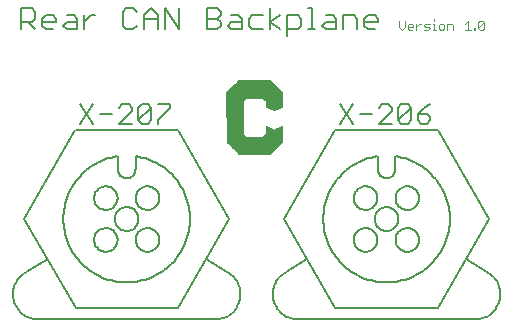
<source format=gto>
G75*
G70*
%OFA0B0*%
%FSLAX24Y24*%
%IPPOS*%
%LPD*%
%AMOC8*
5,1,8,0,0,1.08239X$1,22.5*
%
%ADD10C,0.0060*%
%ADD11C,0.0030*%
%ADD12C,0.0020*%
%ADD13C,0.0050*%
%ADD14C,0.0079*%
D10*
X008399Y006824D02*
X008826Y007464D01*
X008399Y007464D02*
X008826Y006824D01*
X009044Y007144D02*
X009471Y007144D01*
X009688Y007357D02*
X009795Y007464D01*
X010008Y007464D01*
X010115Y007357D01*
X010115Y007251D01*
X009688Y006824D01*
X010115Y006824D01*
X010333Y006930D02*
X010760Y007357D01*
X010760Y006930D01*
X010653Y006824D01*
X010439Y006824D01*
X010333Y006930D01*
X010333Y007357D01*
X010439Y007464D01*
X010653Y007464D01*
X010760Y007357D01*
X010977Y007464D02*
X011404Y007464D01*
X011404Y007357D01*
X010977Y006930D01*
X010977Y006824D01*
X010980Y009973D02*
X010980Y010440D01*
X010746Y010674D01*
X010513Y010440D01*
X010513Y009973D01*
X010280Y010090D02*
X010163Y009973D01*
X009930Y009973D01*
X009813Y010090D01*
X009813Y010557D01*
X009930Y010674D01*
X010163Y010674D01*
X010280Y010557D01*
X010513Y010324D02*
X010980Y010324D01*
X011212Y010674D02*
X011212Y009973D01*
X011679Y009973D02*
X011679Y010674D01*
X011212Y010674D02*
X011679Y009973D01*
X012612Y009973D02*
X012962Y009973D01*
X013079Y010090D01*
X013079Y010207D01*
X012962Y010324D01*
X012612Y010324D01*
X012612Y010674D02*
X012612Y009973D01*
X012962Y010324D02*
X013079Y010440D01*
X013079Y010557D01*
X012962Y010674D01*
X012612Y010674D01*
X013312Y010090D02*
X013428Y010207D01*
X013779Y010207D01*
X013779Y010324D02*
X013779Y009973D01*
X013428Y009973D01*
X013312Y010090D01*
X013428Y010440D02*
X013662Y010440D01*
X013779Y010324D01*
X014011Y010324D02*
X014011Y010090D01*
X014128Y009973D01*
X014478Y009973D01*
X014711Y009973D02*
X014711Y010674D01*
X014478Y010440D02*
X014128Y010440D01*
X014011Y010324D01*
X014711Y010207D02*
X015061Y010440D01*
X015294Y010440D02*
X015645Y010440D01*
X015761Y010324D01*
X015761Y010090D01*
X015645Y009973D01*
X015294Y009973D01*
X015061Y009973D02*
X014711Y010207D01*
X015294Y010440D02*
X015294Y009740D01*
X015994Y009973D02*
X016228Y009973D01*
X016111Y009973D02*
X016111Y010674D01*
X015994Y010674D01*
X016577Y010440D02*
X016811Y010440D01*
X016928Y010324D01*
X016928Y009973D01*
X016577Y009973D01*
X016461Y010090D01*
X016577Y010207D01*
X016928Y010207D01*
X017160Y010440D02*
X017160Y009973D01*
X017160Y010440D02*
X017511Y010440D01*
X017627Y010324D01*
X017627Y009973D01*
X017860Y010090D02*
X017860Y010324D01*
X017977Y010440D01*
X018210Y010440D01*
X018327Y010324D01*
X018327Y010207D01*
X017860Y010207D01*
X017860Y010090D02*
X017977Y009973D01*
X018210Y009973D01*
X018456Y007464D02*
X018350Y007357D01*
X018456Y007464D02*
X018670Y007464D01*
X018777Y007357D01*
X018777Y007251D01*
X018350Y006824D01*
X018777Y006824D01*
X018994Y006930D02*
X019421Y007357D01*
X019421Y006930D01*
X019314Y006824D01*
X019101Y006824D01*
X018994Y006930D01*
X018994Y007357D01*
X019101Y007464D01*
X019314Y007464D01*
X019421Y007357D01*
X019639Y007144D02*
X019959Y007144D01*
X020066Y007037D01*
X020066Y006930D01*
X019959Y006824D01*
X019745Y006824D01*
X019639Y006930D01*
X019639Y007144D01*
X019852Y007357D01*
X020066Y007464D01*
X018132Y007144D02*
X017705Y007144D01*
X017488Y006824D02*
X017061Y007464D01*
X017488Y007464D02*
X017061Y006824D01*
X008880Y010440D02*
X008763Y010440D01*
X008530Y010207D01*
X008297Y010207D02*
X007947Y010207D01*
X007830Y010090D01*
X007947Y009973D01*
X008297Y009973D01*
X008297Y010324D01*
X008180Y010440D01*
X007947Y010440D01*
X007597Y010324D02*
X007597Y010207D01*
X007130Y010207D01*
X007130Y010324D02*
X007247Y010440D01*
X007481Y010440D01*
X007597Y010324D01*
X007481Y009973D02*
X007247Y009973D01*
X007130Y010090D01*
X007130Y010324D01*
X006898Y010324D02*
X006781Y010207D01*
X006431Y010207D01*
X006664Y010207D02*
X006898Y009973D01*
X006898Y010324D02*
X006898Y010557D01*
X006781Y010674D01*
X006431Y010674D01*
X006431Y009973D01*
X008530Y009973D02*
X008530Y010440D01*
D11*
X019014Y010249D02*
X019014Y010055D01*
X019111Y009958D01*
X019208Y010055D01*
X019208Y010249D01*
X019309Y010103D02*
X019357Y010152D01*
X019454Y010152D01*
X019502Y010103D01*
X019502Y010055D01*
X019309Y010055D01*
X019309Y010007D02*
X019309Y010103D01*
X019309Y010007D02*
X019357Y009958D01*
X019454Y009958D01*
X019603Y009958D02*
X019603Y010152D01*
X019603Y010055D02*
X019700Y010152D01*
X019748Y010152D01*
X019849Y010103D02*
X019897Y010152D01*
X020042Y010152D01*
X020144Y010152D02*
X020192Y010152D01*
X020192Y009958D01*
X020144Y009958D02*
X020240Y009958D01*
X020340Y010007D02*
X020388Y009958D01*
X020485Y009958D01*
X020533Y010007D01*
X020533Y010103D01*
X020485Y010152D01*
X020388Y010152D01*
X020340Y010103D01*
X020340Y010007D01*
X020192Y010249D02*
X020192Y010297D01*
X019994Y010055D02*
X019897Y010055D01*
X019849Y010103D01*
X019849Y009958D02*
X019994Y009958D01*
X020042Y010007D01*
X019994Y010055D01*
X020635Y009958D02*
X020635Y010152D01*
X020780Y010152D01*
X020828Y010103D01*
X020828Y009958D01*
X021224Y009958D02*
X021417Y009958D01*
X021321Y009958D02*
X021321Y010249D01*
X021224Y010152D01*
X021519Y010007D02*
X021567Y010007D01*
X021567Y009958D01*
X021519Y009958D01*
X021519Y010007D01*
X021666Y010007D02*
X021666Y010200D01*
X021714Y010249D01*
X021811Y010249D01*
X021859Y010200D01*
X021666Y010007D01*
X021714Y009958D01*
X021811Y009958D01*
X021859Y010007D01*
X021859Y010200D01*
D12*
X015113Y007876D02*
X015113Y007388D01*
X014853Y007274D01*
X014574Y007388D01*
X014578Y007589D01*
X014471Y007687D01*
X013924Y007687D01*
X013814Y007581D01*
X013814Y006471D01*
X013912Y006372D01*
X014464Y006369D01*
X014582Y006487D01*
X014582Y006746D01*
X014846Y006624D01*
X015113Y006750D01*
X015109Y006199D01*
X014708Y005798D01*
X013684Y005809D01*
X013290Y006203D01*
X013275Y006203D01*
X013271Y007872D01*
X013692Y008290D01*
X014704Y008286D01*
X015113Y007876D01*
X015113Y007866D02*
X013271Y007866D01*
X013271Y007848D02*
X015113Y007848D01*
X015113Y007830D02*
X013271Y007830D01*
X013271Y007811D02*
X015113Y007811D01*
X015113Y007793D02*
X013271Y007793D01*
X013271Y007775D02*
X015113Y007775D01*
X015113Y007757D02*
X013271Y007757D01*
X013271Y007738D02*
X015113Y007738D01*
X015113Y007720D02*
X013271Y007720D01*
X013271Y007702D02*
X015113Y007702D01*
X015113Y007684D02*
X014475Y007684D01*
X014495Y007666D02*
X015113Y007666D01*
X015113Y007647D02*
X014515Y007647D01*
X014534Y007629D02*
X015113Y007629D01*
X015113Y007611D02*
X014554Y007611D01*
X014574Y007593D02*
X015113Y007593D01*
X015113Y007574D02*
X014577Y007574D01*
X014577Y007556D02*
X015113Y007556D01*
X015113Y007538D02*
X014577Y007538D01*
X014576Y007520D02*
X015113Y007520D01*
X015113Y007501D02*
X014576Y007501D01*
X014576Y007483D02*
X015113Y007483D01*
X015113Y007465D02*
X014575Y007465D01*
X014575Y007447D02*
X015113Y007447D01*
X015113Y007429D02*
X014575Y007429D01*
X014574Y007410D02*
X015113Y007410D01*
X015113Y007392D02*
X014574Y007392D01*
X014609Y007374D02*
X015081Y007374D01*
X015039Y007356D02*
X014654Y007356D01*
X014698Y007337D02*
X014998Y007337D01*
X014956Y007319D02*
X014743Y007319D01*
X014787Y007301D02*
X014915Y007301D01*
X014873Y007283D02*
X014832Y007283D01*
X014605Y006736D02*
X014582Y006736D01*
X014582Y006718D02*
X014644Y006718D01*
X014683Y006699D02*
X014582Y006699D01*
X014582Y006681D02*
X014723Y006681D01*
X014762Y006663D02*
X014582Y006663D01*
X014582Y006645D02*
X014801Y006645D01*
X014841Y006627D02*
X014582Y006627D01*
X014582Y006608D02*
X015112Y006608D01*
X015112Y006590D02*
X014582Y006590D01*
X014582Y006572D02*
X015112Y006572D01*
X015112Y006554D02*
X014582Y006554D01*
X014582Y006535D02*
X015112Y006535D01*
X015112Y006517D02*
X014582Y006517D01*
X014582Y006499D02*
X015111Y006499D01*
X015111Y006481D02*
X014576Y006481D01*
X014558Y006462D02*
X015111Y006462D01*
X015111Y006444D02*
X014539Y006444D01*
X014521Y006426D02*
X015111Y006426D01*
X015111Y006408D02*
X014503Y006408D01*
X014485Y006390D02*
X015111Y006390D01*
X015111Y006371D02*
X014466Y006371D01*
X014067Y006371D02*
X013274Y006371D01*
X013274Y006353D02*
X015110Y006353D01*
X015110Y006335D02*
X013274Y006335D01*
X013274Y006317D02*
X015110Y006317D01*
X015110Y006298D02*
X013274Y006298D01*
X013274Y006280D02*
X015110Y006280D01*
X015110Y006262D02*
X013275Y006262D01*
X013275Y006244D02*
X015110Y006244D01*
X015109Y006226D02*
X013275Y006226D01*
X013275Y006207D02*
X015109Y006207D01*
X015099Y006189D02*
X013304Y006189D01*
X013323Y006171D02*
X015081Y006171D01*
X015063Y006153D02*
X013341Y006153D01*
X013359Y006134D02*
X015044Y006134D01*
X015026Y006116D02*
X013377Y006116D01*
X013396Y006098D02*
X015008Y006098D01*
X014990Y006080D02*
X013414Y006080D01*
X013432Y006061D02*
X014972Y006061D01*
X014953Y006043D02*
X013450Y006043D01*
X013469Y006025D02*
X014935Y006025D01*
X014917Y006007D02*
X013487Y006007D01*
X013505Y005989D02*
X014899Y005989D01*
X014880Y005970D02*
X013523Y005970D01*
X013541Y005952D02*
X014862Y005952D01*
X014844Y005934D02*
X013560Y005934D01*
X013578Y005916D02*
X014826Y005916D01*
X014807Y005897D02*
X013596Y005897D01*
X013614Y005879D02*
X014789Y005879D01*
X014771Y005861D02*
X013633Y005861D01*
X013651Y005843D02*
X014753Y005843D01*
X014735Y005824D02*
X013669Y005824D01*
X013960Y005806D02*
X014716Y005806D01*
X013895Y006390D02*
X013274Y006390D01*
X013274Y006408D02*
X013877Y006408D01*
X013859Y006426D02*
X013274Y006426D01*
X013274Y006444D02*
X013841Y006444D01*
X013822Y006462D02*
X013274Y006462D01*
X013274Y006481D02*
X013814Y006481D01*
X013814Y006499D02*
X013274Y006499D01*
X013274Y006517D02*
X013814Y006517D01*
X013814Y006535D02*
X013274Y006535D01*
X013274Y006554D02*
X013814Y006554D01*
X013814Y006572D02*
X013274Y006572D01*
X013274Y006590D02*
X013814Y006590D01*
X013814Y006608D02*
X013274Y006608D01*
X013274Y006627D02*
X013814Y006627D01*
X013814Y006645D02*
X013274Y006645D01*
X013274Y006663D02*
X013814Y006663D01*
X013814Y006681D02*
X013274Y006681D01*
X013274Y006699D02*
X013814Y006699D01*
X013814Y006718D02*
X013273Y006718D01*
X013273Y006736D02*
X013814Y006736D01*
X013814Y006754D02*
X013273Y006754D01*
X013273Y006772D02*
X013814Y006772D01*
X013814Y006791D02*
X013273Y006791D01*
X013273Y006809D02*
X013814Y006809D01*
X013814Y006827D02*
X013273Y006827D01*
X013273Y006845D02*
X013814Y006845D01*
X013814Y006864D02*
X013273Y006864D01*
X013273Y006882D02*
X013814Y006882D01*
X013814Y006900D02*
X013273Y006900D01*
X013273Y006918D02*
X013814Y006918D01*
X013814Y006936D02*
X013273Y006936D01*
X013273Y006955D02*
X013814Y006955D01*
X013814Y006973D02*
X013273Y006973D01*
X013273Y006991D02*
X013814Y006991D01*
X013814Y007009D02*
X013273Y007009D01*
X013273Y007028D02*
X013814Y007028D01*
X013814Y007046D02*
X013273Y007046D01*
X013273Y007064D02*
X013814Y007064D01*
X013814Y007082D02*
X013273Y007082D01*
X013273Y007100D02*
X013814Y007100D01*
X013814Y007119D02*
X013273Y007119D01*
X013272Y007137D02*
X013814Y007137D01*
X013814Y007155D02*
X013272Y007155D01*
X013272Y007173D02*
X013814Y007173D01*
X013814Y007192D02*
X013272Y007192D01*
X013272Y007210D02*
X013814Y007210D01*
X013814Y007228D02*
X013272Y007228D01*
X013272Y007246D02*
X013814Y007246D01*
X013814Y007265D02*
X013272Y007265D01*
X013272Y007283D02*
X013814Y007283D01*
X013814Y007301D02*
X013272Y007301D01*
X013272Y007319D02*
X013814Y007319D01*
X013814Y007337D02*
X013272Y007337D01*
X013272Y007356D02*
X013814Y007356D01*
X013814Y007374D02*
X013272Y007374D01*
X013272Y007392D02*
X013814Y007392D01*
X013814Y007410D02*
X013272Y007410D01*
X013272Y007429D02*
X013814Y007429D01*
X013814Y007447D02*
X013272Y007447D01*
X013272Y007465D02*
X013814Y007465D01*
X013814Y007483D02*
X013272Y007483D01*
X013272Y007501D02*
X013814Y007501D01*
X013814Y007520D02*
X013272Y007520D01*
X013272Y007538D02*
X013814Y007538D01*
X013814Y007556D02*
X013271Y007556D01*
X013271Y007574D02*
X013814Y007574D01*
X013826Y007593D02*
X013271Y007593D01*
X013271Y007611D02*
X013845Y007611D01*
X013864Y007629D02*
X013271Y007629D01*
X013271Y007647D02*
X013883Y007647D01*
X013902Y007666D02*
X013271Y007666D01*
X013271Y007684D02*
X013921Y007684D01*
X013503Y008103D02*
X014887Y008103D01*
X014905Y008085D02*
X013485Y008085D01*
X013467Y008067D02*
X014923Y008067D01*
X014941Y008048D02*
X013448Y008048D01*
X013430Y008030D02*
X014959Y008030D01*
X014978Y008012D02*
X013411Y008012D01*
X013393Y007994D02*
X014996Y007994D01*
X015014Y007975D02*
X013375Y007975D01*
X013356Y007957D02*
X015032Y007957D01*
X015051Y007939D02*
X013338Y007939D01*
X013319Y007921D02*
X015069Y007921D01*
X015087Y007903D02*
X013301Y007903D01*
X013283Y007884D02*
X015105Y007884D01*
X014868Y008121D02*
X013522Y008121D01*
X013540Y008139D02*
X014850Y008139D01*
X014832Y008158D02*
X013559Y008158D01*
X013577Y008176D02*
X014814Y008176D01*
X014795Y008194D02*
X013595Y008194D01*
X013614Y008212D02*
X014777Y008212D01*
X014759Y008231D02*
X013632Y008231D01*
X013651Y008249D02*
X014741Y008249D01*
X014723Y008267D02*
X013669Y008267D01*
X013687Y008285D02*
X014704Y008285D01*
X015082Y006736D02*
X015113Y006736D01*
X015113Y006718D02*
X015044Y006718D01*
X015005Y006699D02*
X015113Y006699D01*
X015113Y006681D02*
X014966Y006681D01*
X014927Y006663D02*
X015113Y006663D01*
X015112Y006645D02*
X014889Y006645D01*
X014850Y006627D02*
X015112Y006627D01*
D13*
X008235Y006597D02*
X006531Y003644D01*
X006534Y003644D02*
X008239Y000691D01*
X011649Y000691D01*
X013353Y003644D01*
X011649Y006597D01*
X008239Y006597D01*
X007306Y002306D02*
X006597Y001872D01*
X006597Y001873D02*
X006548Y001844D01*
X006501Y001812D01*
X006456Y001777D01*
X006413Y001740D01*
X006373Y001699D01*
X006336Y001656D01*
X006303Y001610D01*
X006272Y001562D01*
X006244Y001512D01*
X006220Y001461D01*
X006200Y001408D01*
X006183Y001353D01*
X006170Y001298D01*
X006161Y001242D01*
X006156Y001185D01*
X006154Y001128D01*
X006156Y001071D01*
X006163Y001015D01*
X006173Y000959D01*
X006186Y000904D01*
X006204Y000849D01*
X006225Y000797D01*
X006250Y000745D01*
X006278Y000696D01*
X006309Y000648D01*
X006344Y000603D01*
X006381Y000560D01*
X006422Y000520D01*
X006465Y000483D01*
X006510Y000449D01*
X006558Y000418D01*
X006608Y000390D01*
X006659Y000366D01*
X006712Y000345D01*
X006766Y000328D01*
X006821Y000314D01*
X006878Y000305D01*
X006934Y000299D01*
X006991Y000297D01*
X006991Y000298D02*
X012897Y000298D01*
X012897Y000297D02*
X012954Y000299D01*
X013010Y000305D01*
X013067Y000314D01*
X013122Y000328D01*
X013176Y000345D01*
X013229Y000366D01*
X013280Y000390D01*
X013330Y000418D01*
X013378Y000449D01*
X013423Y000483D01*
X013466Y000520D01*
X013507Y000560D01*
X013544Y000603D01*
X013579Y000648D01*
X013610Y000696D01*
X013638Y000745D01*
X013663Y000797D01*
X013684Y000849D01*
X013702Y000904D01*
X013715Y000959D01*
X013725Y001015D01*
X013732Y001071D01*
X013734Y001128D01*
X013732Y001185D01*
X013727Y001242D01*
X013718Y001298D01*
X013705Y001353D01*
X013688Y001408D01*
X013668Y001461D01*
X013644Y001512D01*
X013616Y001562D01*
X013585Y001610D01*
X013552Y001656D01*
X013515Y001699D01*
X013475Y001740D01*
X013432Y001777D01*
X013387Y001812D01*
X013340Y001844D01*
X013291Y001873D01*
X013290Y001872D02*
X012582Y002306D01*
X015259Y001872D02*
X015968Y002306D01*
X015259Y001873D02*
X015210Y001844D01*
X015163Y001812D01*
X015118Y001777D01*
X015075Y001740D01*
X015035Y001699D01*
X014998Y001656D01*
X014965Y001610D01*
X014934Y001562D01*
X014906Y001512D01*
X014882Y001461D01*
X014862Y001408D01*
X014845Y001353D01*
X014832Y001298D01*
X014823Y001242D01*
X014818Y001185D01*
X014816Y001128D01*
X014818Y001071D01*
X014825Y001015D01*
X014835Y000959D01*
X014848Y000904D01*
X014866Y000849D01*
X014887Y000797D01*
X014912Y000745D01*
X014940Y000696D01*
X014971Y000648D01*
X015006Y000603D01*
X015043Y000560D01*
X015084Y000520D01*
X015127Y000483D01*
X015172Y000449D01*
X015220Y000418D01*
X015270Y000390D01*
X015321Y000366D01*
X015374Y000345D01*
X015428Y000328D01*
X015483Y000314D01*
X015540Y000305D01*
X015596Y000299D01*
X015653Y000297D01*
X015653Y000298D02*
X021558Y000298D01*
X021558Y000297D02*
X021615Y000299D01*
X021671Y000305D01*
X021728Y000314D01*
X021783Y000328D01*
X021837Y000345D01*
X021890Y000366D01*
X021941Y000390D01*
X021991Y000418D01*
X022039Y000449D01*
X022084Y000483D01*
X022127Y000520D01*
X022168Y000560D01*
X022205Y000603D01*
X022240Y000648D01*
X022271Y000696D01*
X022299Y000745D01*
X022324Y000797D01*
X022345Y000849D01*
X022363Y000904D01*
X022376Y000959D01*
X022386Y001015D01*
X022393Y001071D01*
X022395Y001128D01*
X022393Y001185D01*
X022388Y001242D01*
X022379Y001298D01*
X022366Y001353D01*
X022349Y001408D01*
X022329Y001461D01*
X022305Y001512D01*
X022277Y001562D01*
X022246Y001610D01*
X022213Y001656D01*
X022176Y001699D01*
X022136Y001740D01*
X022093Y001777D01*
X022048Y001812D01*
X022001Y001844D01*
X021952Y001873D01*
X021952Y001872D02*
X021243Y002306D01*
X022015Y003644D02*
X020310Y000691D01*
X016901Y000691D01*
X015196Y003644D01*
X015192Y003644D02*
X016897Y006597D01*
X016901Y006597D02*
X020310Y006597D01*
X022015Y003644D01*
D14*
X018907Y002948D02*
X018909Y002987D01*
X018915Y003026D01*
X018925Y003064D01*
X018938Y003101D01*
X018955Y003136D01*
X018975Y003170D01*
X018999Y003201D01*
X019026Y003230D01*
X019055Y003256D01*
X019087Y003279D01*
X019121Y003299D01*
X019157Y003315D01*
X019194Y003327D01*
X019233Y003336D01*
X019272Y003341D01*
X019311Y003342D01*
X019350Y003339D01*
X019389Y003332D01*
X019426Y003321D01*
X019463Y003307D01*
X019498Y003289D01*
X019531Y003268D01*
X019562Y003243D01*
X019590Y003216D01*
X019615Y003186D01*
X019637Y003153D01*
X019656Y003119D01*
X019671Y003083D01*
X019683Y003045D01*
X019691Y003007D01*
X019695Y002968D01*
X019695Y002928D01*
X019691Y002889D01*
X019683Y002851D01*
X019671Y002813D01*
X019656Y002777D01*
X019637Y002743D01*
X019615Y002710D01*
X019590Y002680D01*
X019562Y002653D01*
X019531Y002628D01*
X019498Y002607D01*
X019463Y002589D01*
X019426Y002575D01*
X019389Y002564D01*
X019350Y002557D01*
X019311Y002554D01*
X019272Y002555D01*
X019233Y002560D01*
X019194Y002569D01*
X019157Y002581D01*
X019121Y002597D01*
X019087Y002617D01*
X019055Y002640D01*
X019026Y002666D01*
X018999Y002695D01*
X018975Y002726D01*
X018955Y002760D01*
X018938Y002795D01*
X018925Y002832D01*
X018915Y002870D01*
X018909Y002909D01*
X018907Y002948D01*
X018211Y003644D02*
X018213Y003683D01*
X018219Y003722D01*
X018229Y003760D01*
X018242Y003797D01*
X018259Y003832D01*
X018279Y003866D01*
X018303Y003897D01*
X018330Y003926D01*
X018359Y003952D01*
X018391Y003975D01*
X018425Y003995D01*
X018461Y004011D01*
X018498Y004023D01*
X018537Y004032D01*
X018576Y004037D01*
X018615Y004038D01*
X018654Y004035D01*
X018693Y004028D01*
X018730Y004017D01*
X018767Y004003D01*
X018802Y003985D01*
X018835Y003964D01*
X018866Y003939D01*
X018894Y003912D01*
X018919Y003882D01*
X018941Y003849D01*
X018960Y003815D01*
X018975Y003779D01*
X018987Y003741D01*
X018995Y003703D01*
X018999Y003664D01*
X018999Y003624D01*
X018995Y003585D01*
X018987Y003547D01*
X018975Y003509D01*
X018960Y003473D01*
X018941Y003439D01*
X018919Y003406D01*
X018894Y003376D01*
X018866Y003349D01*
X018835Y003324D01*
X018802Y003303D01*
X018767Y003285D01*
X018730Y003271D01*
X018693Y003260D01*
X018654Y003253D01*
X018615Y003250D01*
X018576Y003251D01*
X018537Y003256D01*
X018498Y003265D01*
X018461Y003277D01*
X018425Y003293D01*
X018391Y003313D01*
X018359Y003336D01*
X018330Y003362D01*
X018303Y003391D01*
X018279Y003422D01*
X018259Y003456D01*
X018242Y003491D01*
X018229Y003528D01*
X018219Y003566D01*
X018213Y003605D01*
X018211Y003644D01*
X018290Y005730D02*
X018188Y005712D01*
X018087Y005689D01*
X017988Y005662D01*
X017889Y005629D01*
X017793Y005591D01*
X017698Y005549D01*
X017606Y005503D01*
X017516Y005451D01*
X017429Y005396D01*
X017344Y005336D01*
X017263Y005272D01*
X017185Y005205D01*
X017110Y005133D01*
X017039Y005058D01*
X016971Y004979D01*
X016908Y004898D01*
X016848Y004813D01*
X016793Y004726D01*
X016742Y004635D01*
X016696Y004543D01*
X016654Y004448D01*
X016617Y004352D01*
X016585Y004253D01*
X016557Y004154D01*
X016535Y004053D01*
X016517Y003951D01*
X016505Y003848D01*
X016497Y003745D01*
X016495Y003641D01*
X016498Y003538D01*
X016505Y003435D01*
X016518Y003332D01*
X016536Y003230D01*
X016559Y003129D01*
X016587Y003029D01*
X016619Y002931D01*
X016656Y002835D01*
X016698Y002740D01*
X016745Y002648D01*
X016796Y002558D01*
X016852Y002470D01*
X016911Y002386D01*
X016975Y002304D01*
X017043Y002226D01*
X017114Y002151D01*
X017189Y002080D01*
X017267Y002012D01*
X017349Y001949D01*
X017434Y001889D01*
X017521Y001834D01*
X017611Y001783D01*
X017704Y001736D01*
X017798Y001694D01*
X017895Y001657D01*
X017993Y001625D01*
X018093Y001597D01*
X018194Y001574D01*
X018296Y001557D01*
X018398Y001544D01*
X018502Y001537D01*
X018605Y001534D01*
X018708Y001537D01*
X018812Y001544D01*
X018914Y001557D01*
X019016Y001574D01*
X019117Y001597D01*
X019217Y001625D01*
X019315Y001657D01*
X019412Y001694D01*
X019506Y001736D01*
X019599Y001783D01*
X019689Y001834D01*
X019776Y001889D01*
X019861Y001949D01*
X019943Y002012D01*
X020021Y002080D01*
X020096Y002151D01*
X020167Y002226D01*
X020235Y002304D01*
X020299Y002386D01*
X020358Y002470D01*
X020414Y002558D01*
X020465Y002648D01*
X020512Y002740D01*
X020554Y002835D01*
X020591Y002931D01*
X020623Y003029D01*
X020651Y003129D01*
X020674Y003230D01*
X020692Y003332D01*
X020705Y003435D01*
X020712Y003538D01*
X020715Y003641D01*
X020713Y003745D01*
X020705Y003848D01*
X020693Y003951D01*
X020675Y004053D01*
X020653Y004154D01*
X020625Y004253D01*
X020593Y004352D01*
X020556Y004448D01*
X020514Y004543D01*
X020468Y004635D01*
X020417Y004726D01*
X020362Y004813D01*
X020302Y004898D01*
X020239Y004979D01*
X020171Y005058D01*
X020100Y005133D01*
X020025Y005205D01*
X019947Y005272D01*
X019866Y005336D01*
X019781Y005396D01*
X019694Y005451D01*
X019604Y005503D01*
X019512Y005549D01*
X019417Y005591D01*
X019321Y005629D01*
X019222Y005662D01*
X019123Y005689D01*
X019022Y005712D01*
X018920Y005730D01*
X018901Y005731D02*
X018901Y005298D01*
X018900Y005298D02*
X018898Y005265D01*
X018893Y005232D01*
X018883Y005201D01*
X018871Y005170D01*
X018855Y005141D01*
X018836Y005114D01*
X018814Y005089D01*
X018789Y005067D01*
X018762Y005048D01*
X018733Y005032D01*
X018702Y005020D01*
X018671Y005010D01*
X018638Y005005D01*
X018605Y005003D01*
X018572Y005005D01*
X018539Y005010D01*
X018508Y005020D01*
X018477Y005032D01*
X018448Y005048D01*
X018421Y005067D01*
X018396Y005089D01*
X018374Y005114D01*
X018355Y005141D01*
X018339Y005170D01*
X018327Y005201D01*
X018317Y005232D01*
X018312Y005265D01*
X018310Y005298D01*
X018310Y005731D01*
X017515Y004340D02*
X017517Y004379D01*
X017523Y004418D01*
X017533Y004456D01*
X017546Y004493D01*
X017563Y004528D01*
X017583Y004562D01*
X017607Y004593D01*
X017634Y004622D01*
X017663Y004648D01*
X017695Y004671D01*
X017729Y004691D01*
X017765Y004707D01*
X017802Y004719D01*
X017841Y004728D01*
X017880Y004733D01*
X017919Y004734D01*
X017958Y004731D01*
X017997Y004724D01*
X018034Y004713D01*
X018071Y004699D01*
X018106Y004681D01*
X018139Y004660D01*
X018170Y004635D01*
X018198Y004608D01*
X018223Y004578D01*
X018245Y004545D01*
X018264Y004511D01*
X018279Y004475D01*
X018291Y004437D01*
X018299Y004399D01*
X018303Y004360D01*
X018303Y004320D01*
X018299Y004281D01*
X018291Y004243D01*
X018279Y004205D01*
X018264Y004169D01*
X018245Y004135D01*
X018223Y004102D01*
X018198Y004072D01*
X018170Y004045D01*
X018139Y004020D01*
X018106Y003999D01*
X018071Y003981D01*
X018034Y003967D01*
X017997Y003956D01*
X017958Y003949D01*
X017919Y003946D01*
X017880Y003947D01*
X017841Y003952D01*
X017802Y003961D01*
X017765Y003973D01*
X017729Y003989D01*
X017695Y004009D01*
X017663Y004032D01*
X017634Y004058D01*
X017607Y004087D01*
X017583Y004118D01*
X017563Y004152D01*
X017546Y004187D01*
X017533Y004224D01*
X017523Y004262D01*
X017517Y004301D01*
X017515Y004340D01*
X017515Y002948D02*
X017517Y002987D01*
X017523Y003026D01*
X017533Y003064D01*
X017546Y003101D01*
X017563Y003136D01*
X017583Y003170D01*
X017607Y003201D01*
X017634Y003230D01*
X017663Y003256D01*
X017695Y003279D01*
X017729Y003299D01*
X017765Y003315D01*
X017802Y003327D01*
X017841Y003336D01*
X017880Y003341D01*
X017919Y003342D01*
X017958Y003339D01*
X017997Y003332D01*
X018034Y003321D01*
X018071Y003307D01*
X018106Y003289D01*
X018139Y003268D01*
X018170Y003243D01*
X018198Y003216D01*
X018223Y003186D01*
X018245Y003153D01*
X018264Y003119D01*
X018279Y003083D01*
X018291Y003045D01*
X018299Y003007D01*
X018303Y002968D01*
X018303Y002928D01*
X018299Y002889D01*
X018291Y002851D01*
X018279Y002813D01*
X018264Y002777D01*
X018245Y002743D01*
X018223Y002710D01*
X018198Y002680D01*
X018170Y002653D01*
X018139Y002628D01*
X018106Y002607D01*
X018071Y002589D01*
X018034Y002575D01*
X017997Y002564D01*
X017958Y002557D01*
X017919Y002554D01*
X017880Y002555D01*
X017841Y002560D01*
X017802Y002569D01*
X017765Y002581D01*
X017729Y002597D01*
X017695Y002617D01*
X017663Y002640D01*
X017634Y002666D01*
X017607Y002695D01*
X017583Y002726D01*
X017563Y002760D01*
X017546Y002795D01*
X017533Y002832D01*
X017523Y002870D01*
X017517Y002909D01*
X017515Y002948D01*
X018907Y004340D02*
X018909Y004379D01*
X018915Y004418D01*
X018925Y004456D01*
X018938Y004493D01*
X018955Y004528D01*
X018975Y004562D01*
X018999Y004593D01*
X019026Y004622D01*
X019055Y004648D01*
X019087Y004671D01*
X019121Y004691D01*
X019157Y004707D01*
X019194Y004719D01*
X019233Y004728D01*
X019272Y004733D01*
X019311Y004734D01*
X019350Y004731D01*
X019389Y004724D01*
X019426Y004713D01*
X019463Y004699D01*
X019498Y004681D01*
X019531Y004660D01*
X019562Y004635D01*
X019590Y004608D01*
X019615Y004578D01*
X019637Y004545D01*
X019656Y004511D01*
X019671Y004475D01*
X019683Y004437D01*
X019691Y004399D01*
X019695Y004360D01*
X019695Y004320D01*
X019691Y004281D01*
X019683Y004243D01*
X019671Y004205D01*
X019656Y004169D01*
X019637Y004135D01*
X019615Y004102D01*
X019590Y004072D01*
X019562Y004045D01*
X019531Y004020D01*
X019498Y003999D01*
X019463Y003981D01*
X019426Y003967D01*
X019389Y003956D01*
X019350Y003949D01*
X019311Y003946D01*
X019272Y003947D01*
X019233Y003952D01*
X019194Y003961D01*
X019157Y003973D01*
X019121Y003989D01*
X019087Y004009D01*
X019055Y004032D01*
X019026Y004058D01*
X018999Y004087D01*
X018975Y004118D01*
X018955Y004152D01*
X018938Y004187D01*
X018925Y004224D01*
X018915Y004262D01*
X018909Y004301D01*
X018907Y004340D01*
X010246Y004340D02*
X010248Y004379D01*
X010254Y004418D01*
X010264Y004456D01*
X010277Y004493D01*
X010294Y004528D01*
X010314Y004562D01*
X010338Y004593D01*
X010365Y004622D01*
X010394Y004648D01*
X010426Y004671D01*
X010460Y004691D01*
X010496Y004707D01*
X010533Y004719D01*
X010572Y004728D01*
X010611Y004733D01*
X010650Y004734D01*
X010689Y004731D01*
X010728Y004724D01*
X010765Y004713D01*
X010802Y004699D01*
X010837Y004681D01*
X010870Y004660D01*
X010901Y004635D01*
X010929Y004608D01*
X010954Y004578D01*
X010976Y004545D01*
X010995Y004511D01*
X011010Y004475D01*
X011022Y004437D01*
X011030Y004399D01*
X011034Y004360D01*
X011034Y004320D01*
X011030Y004281D01*
X011022Y004243D01*
X011010Y004205D01*
X010995Y004169D01*
X010976Y004135D01*
X010954Y004102D01*
X010929Y004072D01*
X010901Y004045D01*
X010870Y004020D01*
X010837Y003999D01*
X010802Y003981D01*
X010765Y003967D01*
X010728Y003956D01*
X010689Y003949D01*
X010650Y003946D01*
X010611Y003947D01*
X010572Y003952D01*
X010533Y003961D01*
X010496Y003973D01*
X010460Y003989D01*
X010426Y004009D01*
X010394Y004032D01*
X010365Y004058D01*
X010338Y004087D01*
X010314Y004118D01*
X010294Y004152D01*
X010277Y004187D01*
X010264Y004224D01*
X010254Y004262D01*
X010248Y004301D01*
X010246Y004340D01*
X009550Y003644D02*
X009552Y003683D01*
X009558Y003722D01*
X009568Y003760D01*
X009581Y003797D01*
X009598Y003832D01*
X009618Y003866D01*
X009642Y003897D01*
X009669Y003926D01*
X009698Y003952D01*
X009730Y003975D01*
X009764Y003995D01*
X009800Y004011D01*
X009837Y004023D01*
X009876Y004032D01*
X009915Y004037D01*
X009954Y004038D01*
X009993Y004035D01*
X010032Y004028D01*
X010069Y004017D01*
X010106Y004003D01*
X010141Y003985D01*
X010174Y003964D01*
X010205Y003939D01*
X010233Y003912D01*
X010258Y003882D01*
X010280Y003849D01*
X010299Y003815D01*
X010314Y003779D01*
X010326Y003741D01*
X010334Y003703D01*
X010338Y003664D01*
X010338Y003624D01*
X010334Y003585D01*
X010326Y003547D01*
X010314Y003509D01*
X010299Y003473D01*
X010280Y003439D01*
X010258Y003406D01*
X010233Y003376D01*
X010205Y003349D01*
X010174Y003324D01*
X010141Y003303D01*
X010106Y003285D01*
X010069Y003271D01*
X010032Y003260D01*
X009993Y003253D01*
X009954Y003250D01*
X009915Y003251D01*
X009876Y003256D01*
X009837Y003265D01*
X009800Y003277D01*
X009764Y003293D01*
X009730Y003313D01*
X009698Y003336D01*
X009669Y003362D01*
X009642Y003391D01*
X009618Y003422D01*
X009598Y003456D01*
X009581Y003491D01*
X009568Y003528D01*
X009558Y003566D01*
X009552Y003605D01*
X009550Y003644D01*
X009629Y005730D02*
X009527Y005712D01*
X009426Y005689D01*
X009327Y005662D01*
X009228Y005629D01*
X009132Y005591D01*
X009037Y005549D01*
X008945Y005503D01*
X008855Y005451D01*
X008768Y005396D01*
X008683Y005336D01*
X008602Y005272D01*
X008524Y005205D01*
X008449Y005133D01*
X008378Y005058D01*
X008310Y004979D01*
X008247Y004898D01*
X008187Y004813D01*
X008132Y004726D01*
X008081Y004635D01*
X008035Y004543D01*
X007993Y004448D01*
X007956Y004352D01*
X007924Y004253D01*
X007896Y004154D01*
X007874Y004053D01*
X007856Y003951D01*
X007844Y003848D01*
X007836Y003745D01*
X007834Y003641D01*
X007837Y003538D01*
X007844Y003435D01*
X007857Y003332D01*
X007875Y003230D01*
X007898Y003129D01*
X007926Y003029D01*
X007958Y002931D01*
X007995Y002835D01*
X008037Y002740D01*
X008084Y002648D01*
X008135Y002558D01*
X008191Y002470D01*
X008250Y002386D01*
X008314Y002304D01*
X008382Y002226D01*
X008453Y002151D01*
X008528Y002080D01*
X008606Y002012D01*
X008688Y001949D01*
X008773Y001889D01*
X008860Y001834D01*
X008950Y001783D01*
X009043Y001736D01*
X009137Y001694D01*
X009234Y001657D01*
X009332Y001625D01*
X009432Y001597D01*
X009533Y001574D01*
X009635Y001557D01*
X009737Y001544D01*
X009841Y001537D01*
X009944Y001534D01*
X010047Y001537D01*
X010151Y001544D01*
X010253Y001557D01*
X010355Y001574D01*
X010456Y001597D01*
X010556Y001625D01*
X010654Y001657D01*
X010751Y001694D01*
X010845Y001736D01*
X010938Y001783D01*
X011028Y001834D01*
X011115Y001889D01*
X011200Y001949D01*
X011282Y002012D01*
X011360Y002080D01*
X011435Y002151D01*
X011506Y002226D01*
X011574Y002304D01*
X011638Y002386D01*
X011697Y002470D01*
X011753Y002558D01*
X011804Y002648D01*
X011851Y002740D01*
X011893Y002835D01*
X011930Y002931D01*
X011962Y003029D01*
X011990Y003129D01*
X012013Y003230D01*
X012031Y003332D01*
X012044Y003435D01*
X012051Y003538D01*
X012054Y003641D01*
X012052Y003745D01*
X012044Y003848D01*
X012032Y003951D01*
X012014Y004053D01*
X011992Y004154D01*
X011964Y004253D01*
X011932Y004352D01*
X011895Y004448D01*
X011853Y004543D01*
X011807Y004635D01*
X011756Y004726D01*
X011701Y004813D01*
X011641Y004898D01*
X011578Y004979D01*
X011510Y005058D01*
X011439Y005133D01*
X011364Y005205D01*
X011286Y005272D01*
X011205Y005336D01*
X011120Y005396D01*
X011033Y005451D01*
X010943Y005503D01*
X010851Y005549D01*
X010756Y005591D01*
X010660Y005629D01*
X010561Y005662D01*
X010462Y005689D01*
X010361Y005712D01*
X010259Y005730D01*
X010239Y005731D02*
X010239Y005298D01*
X010237Y005265D01*
X010232Y005232D01*
X010222Y005201D01*
X010210Y005170D01*
X010194Y005141D01*
X010175Y005114D01*
X010153Y005089D01*
X010128Y005067D01*
X010101Y005048D01*
X010072Y005032D01*
X010041Y005020D01*
X010010Y005010D01*
X009977Y005005D01*
X009944Y005003D01*
X009911Y005005D01*
X009878Y005010D01*
X009847Y005020D01*
X009816Y005032D01*
X009787Y005048D01*
X009760Y005067D01*
X009735Y005089D01*
X009713Y005114D01*
X009694Y005141D01*
X009678Y005170D01*
X009666Y005201D01*
X009656Y005232D01*
X009651Y005265D01*
X009649Y005298D01*
X009649Y005731D01*
X008854Y004340D02*
X008856Y004379D01*
X008862Y004418D01*
X008872Y004456D01*
X008885Y004493D01*
X008902Y004528D01*
X008922Y004562D01*
X008946Y004593D01*
X008973Y004622D01*
X009002Y004648D01*
X009034Y004671D01*
X009068Y004691D01*
X009104Y004707D01*
X009141Y004719D01*
X009180Y004728D01*
X009219Y004733D01*
X009258Y004734D01*
X009297Y004731D01*
X009336Y004724D01*
X009373Y004713D01*
X009410Y004699D01*
X009445Y004681D01*
X009478Y004660D01*
X009509Y004635D01*
X009537Y004608D01*
X009562Y004578D01*
X009584Y004545D01*
X009603Y004511D01*
X009618Y004475D01*
X009630Y004437D01*
X009638Y004399D01*
X009642Y004360D01*
X009642Y004320D01*
X009638Y004281D01*
X009630Y004243D01*
X009618Y004205D01*
X009603Y004169D01*
X009584Y004135D01*
X009562Y004102D01*
X009537Y004072D01*
X009509Y004045D01*
X009478Y004020D01*
X009445Y003999D01*
X009410Y003981D01*
X009373Y003967D01*
X009336Y003956D01*
X009297Y003949D01*
X009258Y003946D01*
X009219Y003947D01*
X009180Y003952D01*
X009141Y003961D01*
X009104Y003973D01*
X009068Y003989D01*
X009034Y004009D01*
X009002Y004032D01*
X008973Y004058D01*
X008946Y004087D01*
X008922Y004118D01*
X008902Y004152D01*
X008885Y004187D01*
X008872Y004224D01*
X008862Y004262D01*
X008856Y004301D01*
X008854Y004340D01*
X008854Y002948D02*
X008856Y002987D01*
X008862Y003026D01*
X008872Y003064D01*
X008885Y003101D01*
X008902Y003136D01*
X008922Y003170D01*
X008946Y003201D01*
X008973Y003230D01*
X009002Y003256D01*
X009034Y003279D01*
X009068Y003299D01*
X009104Y003315D01*
X009141Y003327D01*
X009180Y003336D01*
X009219Y003341D01*
X009258Y003342D01*
X009297Y003339D01*
X009336Y003332D01*
X009373Y003321D01*
X009410Y003307D01*
X009445Y003289D01*
X009478Y003268D01*
X009509Y003243D01*
X009537Y003216D01*
X009562Y003186D01*
X009584Y003153D01*
X009603Y003119D01*
X009618Y003083D01*
X009630Y003045D01*
X009638Y003007D01*
X009642Y002968D01*
X009642Y002928D01*
X009638Y002889D01*
X009630Y002851D01*
X009618Y002813D01*
X009603Y002777D01*
X009584Y002743D01*
X009562Y002710D01*
X009537Y002680D01*
X009509Y002653D01*
X009478Y002628D01*
X009445Y002607D01*
X009410Y002589D01*
X009373Y002575D01*
X009336Y002564D01*
X009297Y002557D01*
X009258Y002554D01*
X009219Y002555D01*
X009180Y002560D01*
X009141Y002569D01*
X009104Y002581D01*
X009068Y002597D01*
X009034Y002617D01*
X009002Y002640D01*
X008973Y002666D01*
X008946Y002695D01*
X008922Y002726D01*
X008902Y002760D01*
X008885Y002795D01*
X008872Y002832D01*
X008862Y002870D01*
X008856Y002909D01*
X008854Y002948D01*
X010246Y002948D02*
X010248Y002987D01*
X010254Y003026D01*
X010264Y003064D01*
X010277Y003101D01*
X010294Y003136D01*
X010314Y003170D01*
X010338Y003201D01*
X010365Y003230D01*
X010394Y003256D01*
X010426Y003279D01*
X010460Y003299D01*
X010496Y003315D01*
X010533Y003327D01*
X010572Y003336D01*
X010611Y003341D01*
X010650Y003342D01*
X010689Y003339D01*
X010728Y003332D01*
X010765Y003321D01*
X010802Y003307D01*
X010837Y003289D01*
X010870Y003268D01*
X010901Y003243D01*
X010929Y003216D01*
X010954Y003186D01*
X010976Y003153D01*
X010995Y003119D01*
X011010Y003083D01*
X011022Y003045D01*
X011030Y003007D01*
X011034Y002968D01*
X011034Y002928D01*
X011030Y002889D01*
X011022Y002851D01*
X011010Y002813D01*
X010995Y002777D01*
X010976Y002743D01*
X010954Y002710D01*
X010929Y002680D01*
X010901Y002653D01*
X010870Y002628D01*
X010837Y002607D01*
X010802Y002589D01*
X010765Y002575D01*
X010728Y002564D01*
X010689Y002557D01*
X010650Y002554D01*
X010611Y002555D01*
X010572Y002560D01*
X010533Y002569D01*
X010496Y002581D01*
X010460Y002597D01*
X010426Y002617D01*
X010394Y002640D01*
X010365Y002666D01*
X010338Y002695D01*
X010314Y002726D01*
X010294Y002760D01*
X010277Y002795D01*
X010264Y002832D01*
X010254Y002870D01*
X010248Y002909D01*
X010246Y002948D01*
M02*

</source>
